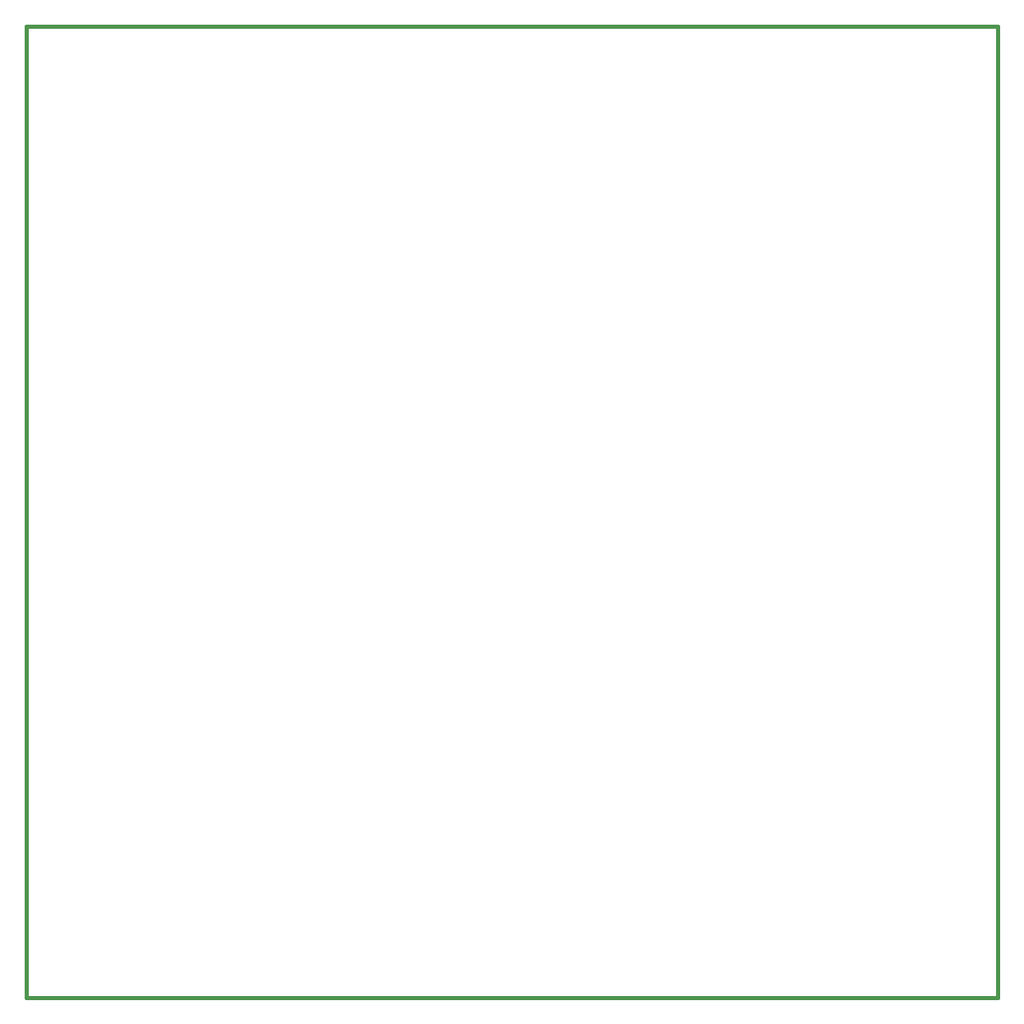
<source format=gm1>
G04 #@! TF.FileFunction,Profile,NP*
%FSLAX46Y46*%
G04 Gerber Fmt 4.6, Leading zero omitted, Abs format (unit mm)*
G04 Created by KiCad (PCBNEW 4.0.4-stable) date 03/01/17 18:05:16*
%MOMM*%
%LPD*%
G01*
G04 APERTURE LIST*
%ADD10C,0.150000*%
%ADD11C,0.381000*%
G04 APERTURE END LIST*
D10*
D11*
X165000000Y-135000000D02*
X165000000Y-35000000D01*
X165000000Y-35000000D02*
X265000000Y-35000000D01*
X265000000Y-35000000D02*
X265000000Y-135000000D01*
X265000000Y-135000000D02*
X165000000Y-135000000D01*
M02*

</source>
